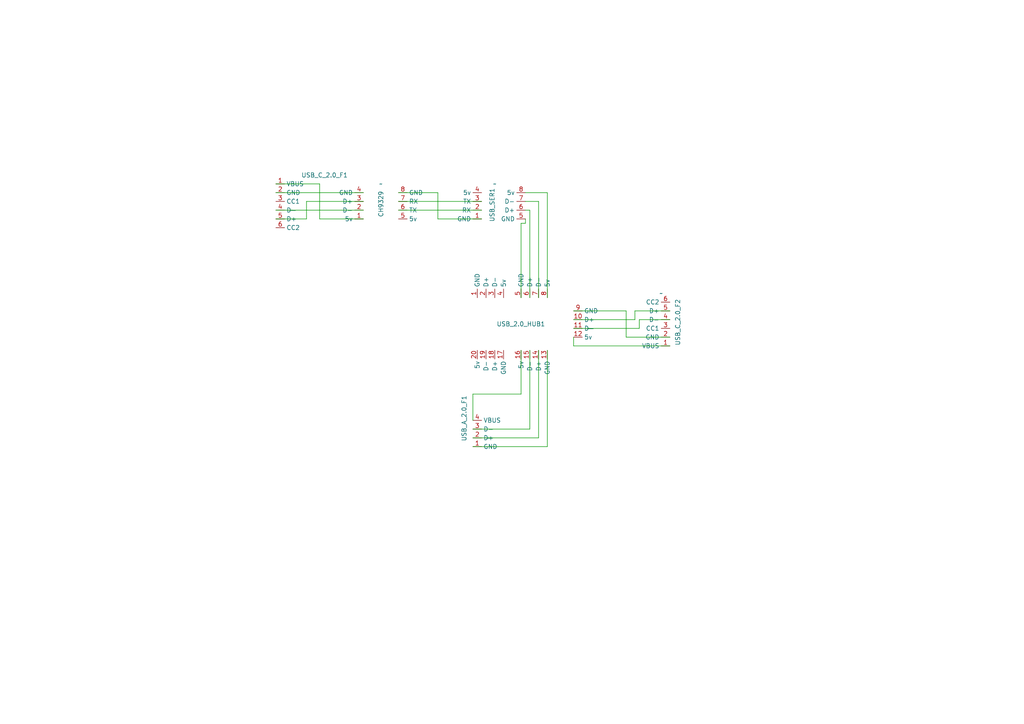
<source format=kicad_sch>
(kicad_sch (version 20250114) (generator "eeschema") (generator_version "9.0")
  (paper "A4")
  (lib_symbols
    (symbol "breakout-components:CH340_TO_USB_2.0"
      (property "Reference" "A" (at 0 0 0))
      (symbol "CH340_TO_USB_2.0_1_1"
        (pin input line (at 11.43 -11.43 90) (length 2.54) (name "GND") (number "1"))
        (pin input line (at 11.43 -24.13 90) (length 2.54) (name "GND") (number "5"))
        (pin input line (at 13.97 -11.43 90) (length 2.54) (name "RX") (number "2"))
        (pin input line (at 13.97 -24.13 90) (length 2.54) (name "D+") (number "6"))
        (pin input line (at 16.51 -11.43 90) (length 2.54) (name "TX") (number "3"))
        (pin input line (at 16.51 -24.13 90) (length 2.54) (name "D-") (number "7"))
        (pin input line (at 19.05 -11.43 90) (length 2.54) (name "5v") (number "4"))
        (pin input line (at 19.05 -24.13 90) (length 2.54) (name "5v") (number "8"))
      )
    )
    (symbol "breakout-components:CH9329_UART_TO_USB_2.0"
      (property "Reference" "A" (at 0 0 0))
      (symbol "CH9329_UART_TO_USB_2.0_1_1"
        (pin input line (at 5.08 -10.16 90) (length 2.54) (name "5v") (number "1"))
        (pin input line (at 5.08 -20.32 270) (length 2.54) (name "5v") (number "5"))
        (pin input line (at 7.62 -10.16 90) (length 2.54) (name "D-") (number "2"))
        (pin input line (at 7.62 -20.32 270) (length 2.54) (name "TX") (number "6"))
        (pin input line (at 10.16 -10.16 90) (length 2.54) (name "D+") (number "3"))
        (pin input line (at 10.16 -20.32 270) (length 2.54) (name "RX") (number "7"))
        (pin input line (at 12.7 -10.16 90) (length 2.54) (name "GND") (number "4"))
        (pin input line (at 12.7 -20.32 270) (length 2.54) (name "GND") (number "8"))
      )
    )
    (symbol "breakout-components:USB_2.0_HUB"
      (property "Reference" "A" (at 0 0 0))
      (symbol "USB_2.0_HUB_1_1"
        (pin input line (at 8.89 -5.08 180) (length 2.54) (name "5v") (number "20"))
        (pin input line (at 8.89 -7.62 180) (length 2.54) (name "D-") (number "19"))
        (pin input line (at 8.89 -10.16 180) (length 2.54) (name "D+") (number "18"))
        (pin input line (at 8.89 -12.7 180) (length 2.54) (name "GND") (number "17"))
        (pin input line (at 8.89 -17.78 180) (length 2.54) (name "5v") (number "16"))
        (pin input line (at 8.89 -20.32 180) (length 2.54) (name "D-") (number "15"))
        (pin input line (at 8.89 -22.86 180) (length 2.54) (name "D+") (number "14"))
        (pin input line (at 8.89 -25.4 180) (length 2.54) (name "GND") (number "13"))
        (pin input line (at 12.7 -33.02 270) (length 2.54) (name "5v") (number "12"))
        (pin input line (at 15.24 -33.02 270) (length 2.54) (name "D-") (number "11"))
        (pin input line (at 17.78 -33.02 270) (length 2.54) (name "D+") (number "10"))
        (pin input line (at 20.32 -33.02 270) (length 2.54) (name "GND") (number "9"))
        (pin input line (at 24.13 -5.08 0) (length 2.54) (name "GND") (number "1"))
        (pin input line (at 24.13 -7.62 0) (length 2.54) (name "D+") (number "2"))
        (pin input line (at 24.13 -10.16 0) (length 2.54) (name "D-") (number "3"))
        (pin input line (at 24.13 -12.7 0) (length 2.54) (name "5v") (number "4"))
        (pin input line (at 24.13 -17.78 0) (length 2.54) (name "GND") (number "5"))
        (pin input line (at 24.13 -20.32 0) (length 2.54) (name "D+") (number "6"))
        (pin input line (at 24.13 -22.86 0) (length 2.54) (name "D-") (number "7"))
        (pin input line (at 24.13 -25.4 0) (length 2.54) (name "5v") (number "8"))
      )
    )
    (symbol "breakout-components:USB_A_2.0_F"
      (property "Reference" "P" (at 0 0 0))
      (symbol "USB_A_2.0_F_1_1"
        (pin power_in line (at 10.16 -3.81 0) (length 2.54) (name "VBUS") (number "4"))
        (pin bidirectional line (at 10.16 -6.35 0) (length 2.54) (name "D-") (number "3"))
        (pin bidirectional line (at 10.16 -8.89 0) (length 2.54) (name "D+") (number "2"))
        (pin bidirectional line (at 10.16 -11.43 0) (length 2.54) (name "GND") (number "1"))
      )
    )
    (symbol "breakout-components:USB_C_2.0_F"
      (property "Reference" "P" (at 0 0 0))
      (symbol "USB_C_2.0_F_1_1"
        (pin input line (at 6.35 -3.81 0) (length 2.54) (name "VBUS") (number "1"))
        (pin input line (at 6.35 -6.35 0) (length 2.54) (name "GND") (number "2"))
        (pin input line (at 6.35 -8.89 0) (length 2.54) (name "CC1") (number "3"))
        (pin input line (at 6.35 -11.43 0) (length 2.54) (name "D-") (number "4"))
        (pin input line (at 6.35 -13.97 0) (length 2.54) (name "D+") (number "5"))
        (pin input line (at 6.35 -16.51 0) (length 2.54) (name "CC2") (number "6"))
      )
    )
  )
  (wire (pts (xy 115.57 58.42) (xy 139.7 58.42)))
  (wire (pts (xy 158.75 55.88) (xy 152.4 55.88)))
  (wire (pts (xy 80.01 53.34) (xy 92.71 53.34)))
  (wire (pts (xy 88.9 63.5) (xy 80.01 63.5)))
  (wire (pts (xy 105.41 58.42) (xy 88.9 58.42)))
  (wire (pts (xy 153.67 60.96) (xy 152.4 60.96)))
  (wire (pts (xy 194.31 100.33) (xy 166.37 100.33)))
  (wire (pts (xy 158.75 86.36) (xy 158.75 55.88)))
  (wire (pts (xy 80.01 60.96) (xy 105.41 60.96)))
  (wire (pts (xy 127 63.5) (xy 127 55.88)))
  (wire (pts (xy 153.67 86.36) (xy 153.67 60.96)))
  (wire (pts (xy 166.37 90.17) (xy 181.61 90.17)))
  (wire (pts (xy 151.13 64.77) (xy 152.4 64.77)))
  (wire (pts (xy 166.37 97.79) (xy 166.37 100.33)))
  (wire (pts (xy 156.21 86.36) (xy 156.21 58.42)))
  (wire (pts (xy 80.01 55.88) (xy 105.41 55.88)))
  (wire (pts (xy 166.37 92.71) (xy 184.15 92.71)))
  (wire (pts (xy 88.9 58.42) (xy 88.9 63.5)))
  (wire (pts (xy 115.57 60.96) (xy 139.7 60.96)))
  (wire (pts (xy 137.16 121.92) (xy 137.16 114.3)))
  (wire (pts (xy 184.15 90.17) (xy 194.31 90.17)))
  (wire (pts (xy 181.61 97.79) (xy 194.31 97.79)))
  (wire (pts (xy 139.7 63.5) (xy 127 63.5)))
  (wire (pts (xy 137.16 129.54) (xy 158.75 129.54)))
  (wire (pts (xy 151.13 114.3) (xy 151.13 101.6)))
  (wire (pts (xy 184.15 92.71) (xy 184.15 90.17)))
  (wire (pts (xy 137.16 114.3) (xy 151.13 114.3)))
  (wire (pts (xy 153.67 124.46) (xy 153.67 101.6)))
  (wire (pts (xy 166.37 95.25) (xy 185.42 95.25)))
  (wire (pts (xy 115.57 55.88) (xy 127 55.88)))
  (wire (pts (xy 156.21 127) (xy 156.21 101.6)))
  (wire (pts (xy 137.16 127) (xy 156.21 127)))
  (wire (pts (xy 185.42 92.71) (xy 194.31 92.71)))
  (wire (pts (xy 151.13 86.36) (xy 151.13 64.77)))
  (wire (pts (xy 92.71 63.5) (xy 92.71 53.34)))
  (wire (pts (xy 137.16 124.46) (xy 153.67 124.46)))
  (wire (pts (xy 158.75 129.54) (xy 158.75 101.6)))
  (wire (pts (xy 185.42 95.25) (xy 185.42 92.71)))
  (wire (pts (xy 152.4 64.77) (xy 152.4 63.5)))
  (wire (pts (xy 156.21 58.42) (xy 152.4 58.42)))
  (wire (pts (xy 181.61 90.17) (xy 181.61 97.79)))
  (wire (pts (xy 105.41 63.5) (xy 92.71 63.5)))
  (symbol (lib_id "breakout-components:USB_C_2.0_F") (at 73.66 49.53 0) (unit 1)
    (property "Reference" "USB_C_2.0_F1" (at 87.376 50.8 0) (effects (justify left)))
    (property "Value" "~" (at 83.82 60.9599 0) (effects (justify left)))
    (property "Footprint" "breakout-components:USB_C_2.0_F" (effects (hide yes)))
  )
  (symbol (lib_id "breakout-components:USB_A_2.0_F") (at 127 118.11 0) (unit 1)
    (property "Reference" "USB_A_2.0_F1" (at 134.62 128.016 90) (effects (justify left)))
    (property "Value" "~" (at 140.97 126.9999 0) (effects (justify left)))
    (property "Footprint" "breakout-components:USB_A_2.0_F" (effects (hide yes)))
  )
  (symbol (lib_id "breakout-components:CH9329_UART_TO_USB_2.0") (at 95.25 68.58 90) (unit 1)
    (property "Reference" "CH9329" (at 110.49 59.182 0))
    (property "Value" "~" (at 110.49 53.34 90))
    (property "Footprint" "breakout-components:CH9329_UART_TO_USB_2.0" (effects (hide yes)))
  )
  (symbol (lib_id "breakout-components:CH340_TO_USB_2.0") (at 128.27 74.93 90) (unit 1)
    (property "Reference" "USB_SER1" (at 142.748 59.436 0))
    (property "Value" "~" (at 143.51 53.34 90))
    (property "Footprint" "breakout-components:CH340_TO_USB_2.0" (effects (hide yes)))
  )
  (symbol (lib_id "breakout-components:USB_2.0_HUB") (at 133.35 110.49 90) (unit 1)
    (property "Reference" "USB_2.0_HUB1" (at 144.018 93.98 90) (effects (justify right)))
    (property "Value" "~" (at 170.18 95.2499 90) (effects (justify right)))
    (property "Footprint" "breakout-components:USB_2.0_HUB" (effects (hide yes)))
  )
  (symbol (lib_id "breakout-components:USB_C_2.0_F") (at 200.66 104.14 180) (unit 1)
    (property "Reference" "USB_C_2.0_F2" (at 196.596 93.472 90))
    (property "Value" "~" (at 191.77 85.09 0))
    (property "Footprint" "breakout-components:USB_C_2.0_F" (effects (hide yes)))
  )
)
</source>
